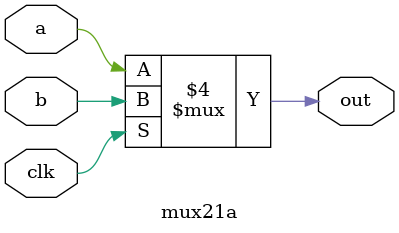
<source format=v>
module mux21a (
    a, b, out, clk
);
    input  a, b, clk;
    output out;
    reg out;
    always @(a or b or clk)
        if( clk == 0 ) 
            out = a;
        else 
            out = b;
            
endmodule
</source>
